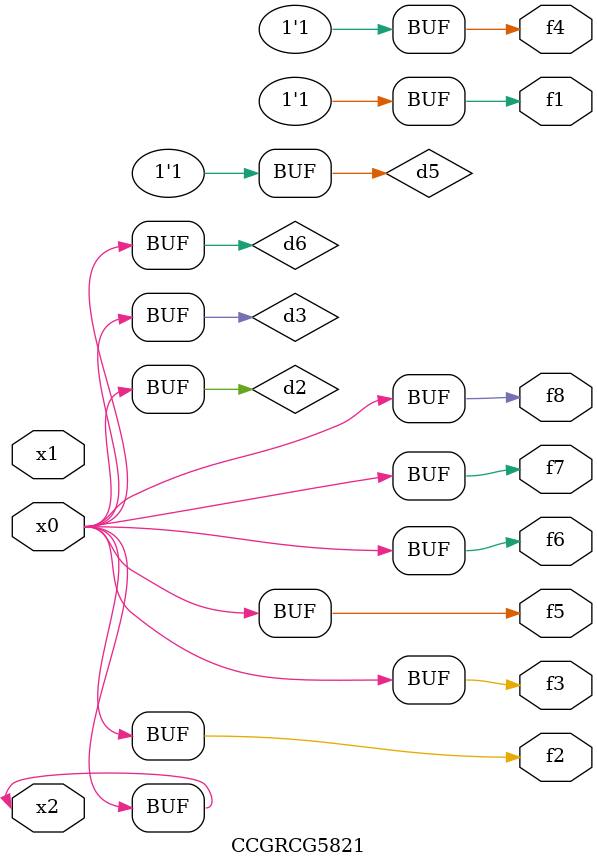
<source format=v>
module CCGRCG5821(
	input x0, x1, x2,
	output f1, f2, f3, f4, f5, f6, f7, f8
);

	wire d1, d2, d3, d4, d5, d6;

	xnor (d1, x2);
	buf (d2, x0, x2);
	and (d3, x0);
	xnor (d4, x1, x2);
	nand (d5, d1, d3);
	buf (d6, d2, d3);
	assign f1 = d5;
	assign f2 = d6;
	assign f3 = d6;
	assign f4 = d5;
	assign f5 = d6;
	assign f6 = d6;
	assign f7 = d6;
	assign f8 = d6;
endmodule

</source>
